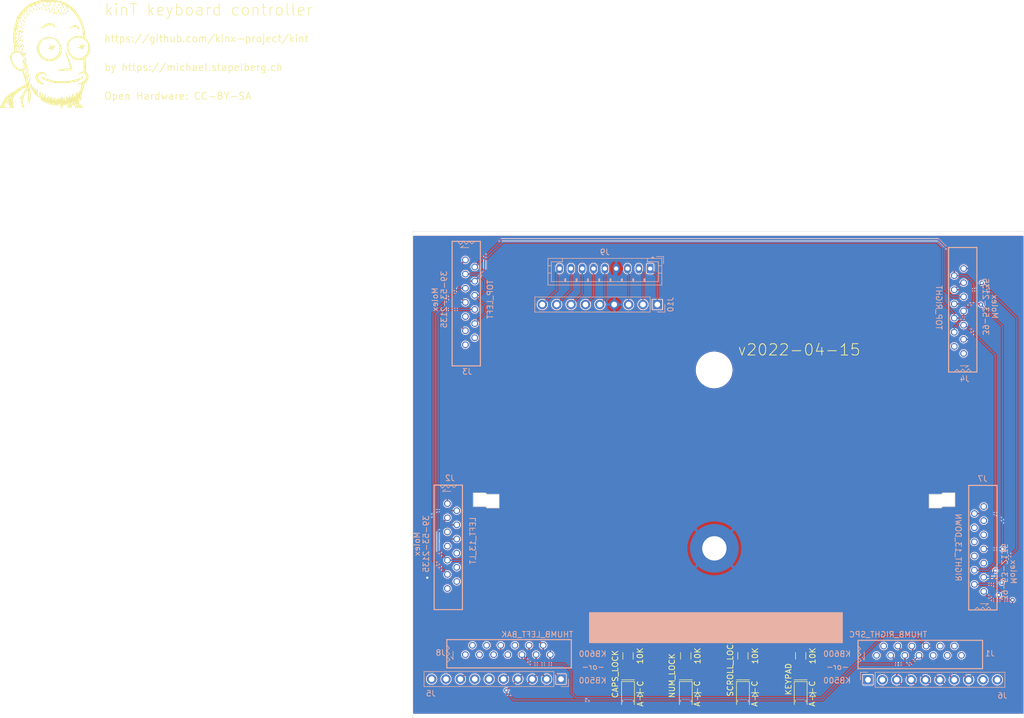
<source format=kicad_pcb>
(kicad_pcb (version 20211014) (generator pcbnew)
  (title_block (date "2021-06-26"))
  (layers (0 "F.Cu" signal) (31 "B.Cu" signal) (34 "B.Paste" user) (35 "F.Paste" user) (36 "B.SilkS" user "B.Silkscreen") (37 "F.SilkS" user "F.Silkscreen") (38 "B.Mask" user) (39 "F.Mask" user) (44 "Edge.Cuts" user))
  (net 0 "")
  (net 1 "/ROW_2")
  (net 2 "/ROW_3")
  (net 3 "/ROW_4")
  (net 4 "/ROW_5")
  (net 5 "/ROW_6")
  (net 6 "/ROW_8")
  (net 7 "/ROW_7")
  (net 8 "/ROW_9")
  (net 15 "/ROW_ESC")
  (net 16 "/ROW_F1")
  (net 17 "/ROW_F2")
  (net 18 "unconnected-(J1-Pad13)")
  (net 21 "/ROW_1")
  (net 22 "/ROW_EQL")
  (net 28 "/ROW_MIN")
  (net 29 "/ROW_0")
  (net 30 "GND")
  (net 31 "/COL_3")
  (net 33 "/COL_4")
  (net 34 "/COL_2")
  (net 35 "/COL_1")
  (net 37 "/COL_0")
  (net 41 "/COL_5")
  (net 46 "/COL_6")
  (net 51 "Net-(LED1-Pad1)")
  (net 52 "Net-(LED2-Pad1)")
  (net 53 "Net-(LED3-Pad1)")
  (net 54 "Net-(LED4-Pad1)")
  (net 55 "/LED_CAPS_LOCK")
  (net 56 "/LED_NUM_LOCK")
  (net 57 "/LED_SCROLL_LOCK")
  (net 58 "/LED_KEYPAD")
  (net 63 "+3.3V")
  (net 64 "VCC")
  (net 65 "/D+")
  (net 66 "/D-")
  (net 67 "Net-(J10-Pad5)")
  (net 68 "Net-(J10-Pad6)")
  (net 69 "Net-(J10-Pad7)")
  (net 70 "Net-(J10-Pad8)")
  (net 71 "Net-(J10-Pad9)")
  (footprint "LED_SMD:LED_1206_3216Metric_Pad1.42x1.75mm_HandSolder" (layer "F.Cu") (at 133.2511 144.0036 -90)
    (fp_text reference "LED1" hide)
    (fp_text value "LEDSML1206" hide)
  )
  (footprint "LED_SMD:LED_1206_3216Metric_Pad1.42x1.75mm_HandSolder" (layer "F.Cu") (at 143.4511 144.0036 -90)
    (fp_text reference "LED2" hide)
    (fp_text value "LEDSML1206" hide)
  )
  (footprint "LED_SMD:LED_1206_3216Metric_Pad1.42x1.75mm_HandSolder" (layer "F.Cu") (at 153.5511 144.0036 -90)
    (fp_text reference "LED3" hide)
    (fp_text value "LEDSML1206" hide)
  )
  (footprint "LED_SMD:LED_1206_3216Metric_Pad1.42x1.75mm_HandSolder" (layer "F.Cu") (at 163.7511 144.0036 -90)
    (fp_text reference "LED4" hide)
    (fp_text value "LEDSML1206" hide)
  )
  (footprint "Resistor_SMD:R_1206_3216Metric_Pad1.42x1.75mm_HandSolder" (layer "F.Cu") (at 143.4511 137.0036 -90)
    (fp_text reference "R2")
    (fp_text value "10K")
  )
  (footprint "Resistor_SMD:R_1206_3216Metric_Pad1.42x1.75mm_HandSolder" (layer "F.Cu") (at 153.5511 137.0036 -90)
    (fp_text reference "R3")
    (fp_text value "10K")
  )
  (footprint "Resistor_SMD:R_1206_3216Metric_Pad1.42x1.75mm_HandSolder" (layer "F.Cu") (at 133.2511 137.0036 -90)
    (fp_text reference "R1")
    (fp_text value "10K")
  )
  (footprint "Resistor_SMD:R_1206_3216Metric_Pad1.42x1.75mm_HandSolder" (layer "F.Cu") (at 163.7511 137.0036 -90)
    (fp_text reference "R4")
    (fp_text value "10K")
  )
  (footprint "MountingHole:MountingHole_6mm" (layer "F.Cu") (at 148.463 86.487)
    (fp_text reference "H2" hide)
    (fp_text value "mounting pad")
  )
  (footprint "MountingHole:MountingHole_4.3mm_M4_Pad" (layer "F.Cu") (at 148.5011 118.0036)
    (fp_text reference "H1" hide)
    (fp_text value "mounting pad" hide)
  )
  (footprint "kinx:logo" (layer "F.Cu") (at 30.48 30.48)
    (fp_text reference "G***" hide)
    (fp_text value "LOGO" hide)
  )
  (footprint "kinx:39-53-2135" (layer "B.Cu") (at 101.346 117.602 -90)
    (fp_text reference "J2")
    (fp_text value "LEFT_13_LT")
  )
  (footprint "kinx:39-53-2135" (layer "B.Cu") (at 104.521 74.549 -90)
    (fp_text reference "J3")
    (fp_text value "TOP_LEFT")
  )
  (footprint "kinx:39-53-2135" (layer "B.Cu") (at 196.088 118.11 90)
    (fp_text reference "J7")
    (fp_text value "RIGHT_13_DOWN")
  )
  (footprint "kinx:39-53-2135" (layer "B.Cu") (at 192.532 76.073 90)
    (fp_text reference "J4")
    (fp_text value "TOP_RIGHT")
  )
  (footprint "kinx:39-53-2135" (layer "B.Cu") (at 112.014 136.779)
    (fp_text reference "J8")
    (fp_text value "THUMB_LEFT_BAK_KB600" hide)
  )
  (footprint "kinx:39-53-2135" (layer "B.Cu") (at 184.658 136.906)
    (fp_text reference "J1")
    (fp_text value "THUMB_RIGHT_SPC_KB600" hide)
  )
  (footprint "Connector_PinHeader_2.54mm:PinHeader_1x10_P2.54mm_Vertical" (layer "B.Cu") (at 175.641 141.224 -90)
    (fp_text reference "J6")
    (fp_text value "THUMB_RIGHT_SPC")
  )
  (footprint "Connector_PinHeader_2.54mm:PinHeader_1x10_P2.54mm_Vertical" (layer "B.Cu") (at 121.412 141.097 90)
    (fp_text reference "J5")
    (fp_text value "THUMB_LEFT_BAK")
  )
  (footprint "Connector_PinHeader_2.54mm:PinHeader_1x09_P2.54mm_Vertical" (layer "B.Cu") (at 138.43 74.93 90)
    (fp_text reference "J10")
    (fp_text value "Conn_01x09")
  )
  (footprint "Connector_JST:JST_PH_B9B-PH-K_1x09_P2.00mm_Vertical" (layer "B.Cu") (at 137.16 68.58 180)
    (fp_text reference "J9")
    (fp_text value "Conn_01x09_Male")
  )
  (gr_line (start 156.337 143.51) (end 155.702 143.51) (layer "F.SilkS") (width 0.12))
  (gr_line (start 155.194 144.145) (end 155.702 143.51) (layer "F.SilkS") (width 0.12))
  (gr_line (start 166.37 144.145) (end 165.354 144.145) (layer "F.SilkS") (width 0.12))
  (gr_line (start 165.227 143.51) (end 166.497 143.51) (layer "F.SilkS") (width 0.12))
  (gr_line (start 165.862 142.748) (end 165.862 143.51) (layer "F.SilkS") (width 0.12))
  (gr_line (start 165.862 144.145) (end 165.862 144.78) (layer "F.SilkS") (width 0.12))
  (gr_line (start 165.862 143.51) (end 166.37 144.145) (layer "F.SilkS") (width 0.12))
  (gr_line (start 165.354 144.145) (end 165.862 143.51) (layer "F.SilkS") (width 0.12))
  (gr_line (start 166.497 143.51) (end 165.862 143.51) (layer "F.SilkS") (width 0.12))
  (gr_line (start 165.862 143.51) (end 165.227 143.51) (layer "F.SilkS") (width 0.12))
  (gr_line (start 145.542 142.748) (end 145.542 143.51) (layer "F.SilkS") (width 0.12))
  (gr_line (start 145.542 144.145) (end 145.542 144.78) (layer "F.SilkS") (width 0.12))
  (gr_line (start 146.05 144.145) (end 145.034 144.145) (layer "F.SilkS") (width 0.12))
  (gr_line (start 145.034 144.145) (end 145.542 143.51) (layer "F.SilkS") (width 0.12))
  (gr_line (start 145.542 143.51) (end 146.05 144.145) (layer "F.SilkS") (width 0.12))
  (gr_line (start 144.907 143.51) (end 146.177 143.51) (layer "F.SilkS") (width 0.12))
  (gr_line (start 146.177 143.51) (end 145.542 143.51) (layer "F.SilkS") (width 0.12))
  (gr_line (start 145.542 143.51) (end 144.907 143.51) (layer "F.SilkS") (width 0.12))
  (gr_line (start 135.382 144.145) (end 135.382 144.78) (layer "F.SilkS") (width 0.12))
  (gr_line (start 134.874 144.145) (end 135.382 143.51) (layer "F.SilkS") (width 0.12))
  (gr_line (start 136.017 143.51) (end 135.382 143.51) (layer "F.SilkS") (width 0.12))
  (gr_line (start 134.747 143.51) (end 136.017 143.51) (layer "F.SilkS") (width 0.12))
  (gr_line (start 135.382 143.51) (end 135.89 144.145) (layer "F.SilkS") (width 0.12))
  (gr_line (start 135.382 142.748) (end 135.382 143.51) (layer "F.SilkS") (width 0.12))
  (gr_line (start 135.382 143.51) (end 134.747 143.51) (layer "F.SilkS") (width 0.12))
  (gr_line (start 135.89 144.145) (end 134.874 144.145) (layer "F.SilkS") (width 0.12))
  (gr_line (start 142.3161 141.224) (end 144.6021 141.224) (layer "F.SilkS") (width 0.12))
  (gr_line (start 132.1001 141.224) (end 134.3861 141.224) (layer "F.SilkS") (width 0.12))
  (gr_line (start 162.6161 141.224) (end 164.9021 141.224) (layer "F.SilkS") (width 0.12))
  (gr_line (start 155.702 142.748) (end 155.702 143.51) (layer "F.SilkS") (width 0.12))
  (gr_line (start 155.702 144.145) (end 155.702 144.78) (layer "F.SilkS") (width 0.12))
  (gr_line (start 155.702 143.51) (end 156.21 144.145) (layer "F.SilkS") (width 0.12))
  (gr_line (start 156.21 144.145) (end 155.194 144.145) (layer "F.SilkS") (width 0.12))
  (gr_line (start 155.067 143.51) (end 156.337 143.51) (layer "F.SilkS") (width 0.12))
  (gr_line (start 152.4161 141.224) (end 154.7021 141.224) (layer "F.SilkS") (width 0.12))
  (gr_line (start 155.702 143.51) (end 155.067 143.51) (layer "F.SilkS") (width 0.12))
  (gr_line (start 203.2 62.0036) (end 95.25 62.0036) (layer "Edge.Cuts") (width 0.05))
  (gr_line (start 105.918 108.204) (end 105.918 110.617) (layer "Edge.Cuts") (width 0.1))
  (gr_line (start 110.49 108.458) (end 108.331 108.458) (layer "Edge.Cuts") (width 0.1))
  (gr_line (start 110.49 110.871) (end 108.331 110.871) (layer "Edge.Cuts") (width 0.1))
  (gr_line (start 108.077 108.204) (end 105.918 108.204) (layer "Edge.Cuts") (width 0.1))
  (gr_line (start 105.918 110.617) (end 108.077 110.617) (layer "Edge.Cuts") (width 0.1))
  (gr_line (start 191.008 108.204) (end 191.008 110.617) (layer "Edge.Cuts") (width 0.1))
  (gr_line (start 186.436 110.871) (end 188.595 110.871) (layer "Edge.Cuts") (width 0.1))
  (gr_line (start 188.849 110.617) (end 188.595 110.871) (layer "Edge.Cuts") (width 0.1))
  (gr_line (start 188.849 108.204) (end 188.595 108.458) (layer "Edge.Cuts") (width 0.1))
  (gr_line (start 186.436 108.458) (end 186.436 110.871) (layer "Edge.Cuts") (width 0.1))
  (gr_line (start 188.849 108.204) (end 191.008 108.204) (layer "Edge.Cuts") (width 0.1))
  (gr_line (start 191.008 110.617) (end 188.849 110.617) (layer "Edge.Cuts") (width 0.1))
  (gr_line (start 186.436 108.458) (end 188.595 108.458) (layer "Edge.Cuts") (width 0.1))
  (gr_line (start 95.25 148.0036) (end 203.2 148.0036) (layer "Edge.Cuts") (width 0.05))
  (gr_line (start 203.2 148.0036) (end 203.2 62.0036) (layer "Edge.Cuts") (width 0.05))
  (gr_line (start 95.25 62.0036) (end 95.25 148.0036) (layer "Edge.Cuts") (width 0.05))
  (gr_line (start 108.077 110.617) (end 108.331 110.871) (layer "Edge.Cuts") (width 0.1))
  (gr_line (start 110.49 108.458) (end 110.49 110.871) (layer "Edge.Cuts") (width 0.1))
  (gr_line (start 108.077 108.204) (end 108.331 108.458) (layer "Edge.Cuts") (width 0.1))
  (gr_text "Molex\n39-53-2135" (at 197.231 75.311 270) (layer "B.SilkS") (effects (font (size 1 1)) (justify mirror)))
  (gr_text "Molex\n39-53-2135" (at 200.533 122.174 270) (layer "B.SilkS") (effects (font (size 1 1)) (justify mirror)))
  (gr_text "Molex\n39-53-2135" (at 96.774 117.221 90) (layer "B.SilkS") (effects (font (size 1 1)) (justify mirror)))
  (gr_text "KB500" (at 170.18 141.351) (layer "B.SilkS") (effects (font (size 1 1)) (justify mirror)))
  (gr_text "-or-" (at 170.307 138.938) (layer "B.SilkS") (effects (font (size 1 1) (thickness 0.15) italic) (justify mirror)))
  (gr_text "KB600" (at 170.18 136.652) (layer "B.SilkS") (effects (font (size 1 1)) (justify mirror)))
  (gr_text "KB600" (at 127 136.652) (layer "B.SilkS") (effects (font (size 1 1)) (justify mirror)))
  (gr_text "KB500" (at 127 141.351) (layer "B.SilkS") (effects (font (size 1 1)) (justify mirror)))
  (gr_text "-or-" (at 127.127 138.938) (layer "B.SilkS") (effects (font (size 1 1) (thickness 0.15) italic) (justify mirror)))
  (gr_text "Molex\n39-53-2135" (at 99.949 74.041 90) (layer "B.SilkS") (effects (font (size 1 1)) (justify mirror)))
  (gr_text "by https://michael.stapelberg.ch" (at 40.64 33.02) (layer "F.SilkS") (effects (font (size 1.25 1.25)) (justify left)))
  (gr_text "https://github.com/kinx-project/kint" (at 40.64 27.94) (layer "F.SilkS") (effects (font (size 1.25 1.25)) (justify left)))
  (gr_text "kinT keyboard controller" (at 40.64 22.86) (layer "F.SilkS") (effects (font (size 2 2)) (justify left)))
  (gr_text "Open Hardware: CC-BY-SA" (at 40.64 38.1) (layer "F.SilkS") (effects (font (size 1.25 1.25)) (justify left)))
  (gr_text "v2022-04-15" (at 152.527 82.931) (layer "F.SilkS") (effects (font (size 2 2)) (justify left)))
  (gr_text "C" (at 136.017 142.494 90) (layer "F.SilkS") (effects (font (size 1 1)) (justify left bottom)))
  (gr_text "A" (at 136.017 146.05 90) (layer "F.SilkS") (effects (font (size 1 1)) (justify left bottom)))
  (gr_text "C" (at 146.05 142.494 90) (layer "F.SilkS") (effects (font (size 1 1)) (justify left bottom)))
  (gr_text "A" (at 146.05 146.05 90) (layer "F.SilkS") (effects (font (size 1 1)) (justify left bottom)))
  (gr_text "A" (at 156.21 146.05 90) (layer "F.SilkS") (effects (font (size 1 1)) (justify left bottom)))
  (gr_text "C" (at 156.21 142.494 90) (layer "F.SilkS") (effects (font (size 1 1)) (justify left bottom)))
  (gr_text "A" (at 166.37 146.05 90) (layer "F.SilkS") (effects (font (size 1 1)) (justify left bottom)))
  (gr_text "C" (at 166.37 142.494 90) (layer "F.SilkS") (effects (font (size 1 1)) (justify left bottom)))
  (gr_text "CAPS_LOCK" (at 131.572 144.526 90) (layer "F.SilkS") (effects (font (size 1 1)) (justify left bottom)))
  (gr_text "NUM_LOCK" (at 141.605 144.526 90) (layer "F.SilkS") (effects (font (size 1 1)) (justify left bottom)))
  (gr_text "SCROLL_LOCK" (at 151.892 144.272 90) (layer "F.SilkS") (effects (font (size 1 1)) (justify left bottom)))
  (gr_text "KEYPAD" (at 162.179 144.018 90) (layer "F.SilkS") (effects (font (size 1 1)) (justify left bottom)))
  (segment (start 100.2665 126.3015) (end 100.838 126.873) (width 0.25) (layer "F.Cu") (net 1))
  (segment (start 118.872 141.097) (end 118.264 140.489) (width 0.25) (layer "F.Cu") (net 1))
  (segment (start 100.691 116.352) (end 100.076 116.967) (width 0.25) (layer "F.Cu") (net 1))
  (segment (start 118.264 140.489) (end 118.264 135.129) (width 0.25) (layer "F.Cu") (net 1))
  (segment (start 118.264 135.129) (end 116.485 133.35) (width 0.25) (layer "F.Cu") (net 1))
  (segment (start 100.076 116.967) (end 100.076 126.111) (width 0.25) (layer "F.Cu") (net 1))
  (segment (start 116.485 133.35) (end 107.315 133.35) (width 0.25) (layer "F.Cu") (net 1))
  (segment (start 102.996 116.352) (end 100.691 116.352) (width 0.25) (layer "F.Cu") (net 1))
  (segment (start 107.315 133.35) (end 100.2665 126.3015) (width 0.25) (layer "F.Cu") (net 1))
  (segment (start 100.076 126.111) (end 100.2665 126.3015) (width 0.25) (layer "F.Cu") (net 1))
  (segment (start 104.14 130.74408) (end 104.14 135.164169) (width 0.25) (layer "F.Cu") (net 2))
  (segment (start 106.045 138.684) (end 105.8545 138.8745) (width 0.25) (layer "F.Cu") (net 2))
  (segment (start 99.6736 126.27768) (end 104.14 130.74408) (width 0.25) (layer "F.Cu") (net 2))
  (segment (start 99.6736 115.2104) (end 99.6736 126.27768) (width 0.25) (layer "F.Cu") (net 2))
  (segment (start 102.996 113.852) (end 101.032 113.852) (width 0.25) (layer "F.Cu") (net 2))
  (segment (start 101.032 113.852) (end 99.6736 115.2104) (width 0.25) (layer "F.Cu") (net 2))
  (segment (start 109.982 138.684) (end 106.045 138.684) (width 0.25) (layer "F.Cu") (net 2))
  (segment (start 104.14 135.164169) (end 105.8545 136.878669) (width 0.25) (layer "F.Cu") (net 2))
  (segment (start 105.8545 138.8745) (end 103.632 141.097) (width 0.25) (layer "F.Cu") (net 2))
  (segment (start 110.764 137.902) (end 109.982 138.684) (width 0.25) (layer "F.Cu") (net 2))
  (segment (start 105.8545 136.878669) (end 105.8545 138.8745) (width 0.25) (layer "F.Cu") (net 2))
  (segment (start 110.764 135.129) (end 110.764 137.902) (width 0.25) (layer "F.Cu") (net 2))
  (segment (start 119.514 136.779) (end 119.514 139.199) (width 0.25) (layer "F.Cu") (net 3))
  (segment (start 101.346 112.602) (end 97.79 116.158) (width 0.25) (layer "F.Cu") (net 3))
  (segment (start 97.79 116.158) (end 97.79 123.19) (width 0.25) (layer "F.Cu") (net 3))
  (segment (start 119.514 139.199) (end 121.412 141.097) (width 0.25) (layer "F.Cu") (net 3))
  (via (at 97.79 123.19) (size 0.8) (drill 0.4) (layers "F.Cu" "B.Cu") (net 3))
  (segment (start 117.976 133.35) (end 119.514 134.888) (width 0.25) (layer "B.Cu") (net 3))
  (segment (start 97.79 132.08) (end 99.06 133.35) (width 0.25) (layer "B.Cu") (net 3))
  (segment (start 99.06 133.35) (end 117.976 133.35) (width 0.25) (layer "B.Cu") (net 3))
  (segment (start 119.514 134.888) (end 119.514 136.779) (width 0.25) (layer "B.Cu") (net 3))
  (segment (start 101.346 112.602) (end 101.139 112.602) (width 0.25) (layer "B.Cu") (net 3))
  (segment (start 97.79 123.19) (end 97.79 132.08) (width 0.25) (layer "B.Cu") (net 3))
  (segment (start 117.014 140.415) (end 116.332 141.097) (width 0.25) (layer "F.Cu") (net 4))
  (segment (start 99.314 143.764) (end 113.665 143.764) (width 0.25) (layer "F.Cu") (net 4))
  (segment (start 96.52 114.3) (end 96.52 140.97) (width 0.25) (layer "F.Cu") (net 4))
  (segment (start 102.996 111.352) (end 99.468 111.352) (width 0.25) (layer "F.Cu") (net 4))
  (segment (start 113.665 143.764) (end 116.332 141.097) (width 0.25) (layer "F.Cu") (net 4))
  (segment (start 115.998 141.097) (end 116.332 141.097) (width 0.25) (layer "F.Cu") (net 4))
  (segment (start 99.468 111.352) (end 96.52 114.3) (width 0.25) (layer "F.Cu") (net 4))
  (segment (start 117.014 136.779) (end 117.014 140.415) (width 0.25) (layer "F.Cu") (net 4))
  (segment (start 96.52 140.97) (end 99.314 143.764) (width 0.25) (layer "F.Cu") (net 4))
  (segment (start 201.168 143.256) (end 201.168 127.127) (width 0.25) (layer "F.Cu") (net 5))
  (segment (start 180.721 137.969) (end 179.658 136.906) (width 0.25) (layer "F.Cu") (net 5))
  (segment (start 200.025 145.542) (end 201.168 144.399) (width 0.25) (layer "F.Cu") (net 5))
  (segment (start 201.168 144.399) (end 201.168 143.256) (width 0.25) (layer "F.Cu") (net 5))
  (segment (start 180.721 141.224) (end 185.039 145.542) (width 0.25) (layer "F.Cu") (net 5))
  (segment (start 185.039 145.542) (end 200.025 145.542) (width 0.25) (layer "F.Cu") (net 5))
  (segment (start 180.721 141.224) (end 180.721 137.969) (width 0.25) (layer "F.Cu") (net 5))
  (via (at 201.168 127.127) (size 0.8) (drill 0.4) (layers "F.Cu" "B.Cu") (net 5))
  (segment (start 197.605 127.127) (end 196.656 126.178) (width 0.25) (layer "B.Cu") (net 5))
  (segment (start 196.656 126.178) (end 196.088 125.61) (width 0.25) (layer "B.Cu") (net 5))
  (segment (start 201.168 127.127) (end 197.605 127.127) (width 0.25) (layer "B.Cu") (net 5))
  (segment (start 188.468 143.891) (end 185.801 141.224) (width 0.25) (layer "F.Cu") (net 6))
  (segment (start 198.374 139.192) (end 198.12 139.446) (width 0.25) (layer "F.Cu") (net 6))
  (segment (start 185.801 141.224) (end 182.158 137.581) (width 0.25) (layer "F.Cu") (net 6))
  (segment (start 182.158 137.581) (end 182.158 136.906) (width 0.25) (layer "F.Cu") (net 6))
  (segment (start 197.231 143.129) (end 196.469 143.891) (width 0.25) (layer "F.Cu") (net 6))
  (segment (start 198.755 126.238) (end 198.755 138.811) (width 0.25) (layer "F.Cu") (net 6))
  (segment (start 198.12 139.446) (end 197.231 140.335) (width 0.25) (layer "F.Cu") (net 6))
  (segment (start 198.755 138.811) (end 198.12 139.446) (width 0.25) (layer "F.Cu") (net 6))
  (segment (start 197.231 140.335) (end 197.231 143.129) (width 0.25) (layer "F.Cu") (net 6))
  (segment (start 196.469 143.891) (end 188.468 143.891) (width 0.25) (layer "F.Cu") (net 6))
  (via (at 198.755 126.238) (size 0.8) (drill 0.4) (layers "F.Cu" "B.Cu") (net 6))
  (segment (start 198.755 125.349) (end 197.9295 124.5235) (width 0.25) (layer "B.Cu") (net 6))
  (segment (start 198.755 126.238) (end 198.755 125.349) (width 0.25) (layer "B.Cu") (net 6))
  (segment (start 197.766 124.36) (end 194.438 124.36) (width 0.25) (layer "B.Cu") (net 6))
  (segment (start 197.9295 124.5235) (end 197.766 124.36) (width 0.25) (layer "B.Cu") (net 6))
  (segment (start 186.817 144.78) (end 183.261 141.224) (width 0.25) (layer "F.Cu") (net 7))
  (segment (start 200.025 143.383) (end 198.628 144.78) (width 0.25) (layer "F.Cu") (net 7))
  (segment (start 200.025 129.413) (end 200.025 143.383) (width 0.25) (layer "F.Cu") (net 7))
  (segment (start 181.280599 135.628599) (end 180.908 135.256) (width 0.25) (layer "F.Cu") (net 7))
  (segment (start 200.025 129.286) (end 200.025 129.413) (width 0.25) (layer "F.Cu") (net 7))
  (segment (start 181.280599 139.243599) (end 181.280599 135.628599) (width 0.25) (layer "F.Cu") (net 7))
  (segment (start 198.628 144.78) (end 186.817 144.78) (width 0.25) (layer "F.Cu") (net 7))
  (segment (start 199.263 124.079) (end 200.025 124.841) (width 0.25) (layer "F.Cu") (net 7))
  (segment (start 200.025 129.413) (end 200.025 124.841) (width 0.25) (layer "F.Cu") (net 7))
  (segment (start 183.261 141.224) (end 181.280599 139.243599) (width 0.25) (layer "F.Cu") (net 7))
  (via (at 199.263 124.079) (size 0.8) (drill 0.4) (layers "F.Cu" "B.Cu") (net 7))
  (segment (start 199.263 124.079) (end 198.294 123.11) (width 0.25) (layer "B.Cu") (net 7))
  (segment (start 198.294 123.11) (end 196.088 123.11) (width 0.25) (layer "B.Cu") (net 7))
  (segment (start 197.612 138.557) (end 197.612 123.698) (width 0.25) (layer "F.Cu") (net 8))
  (segment (start 183.552554 137.307) (end 185.183554 138.938) (width 0.25) (layer "F.Cu") (net 8))
  (segment (start 193.675 143.129) (end 194.691 142.113) (width 0.25) (layer "F.Cu") (net 8))
  (segment (start 183.552554 137.307) (end 183.552554 135.400554) (width 0.25) (layer "F.Cu") (net 8))
  (segment (start 198.22 111.86) (end 194.438 111.86) (width 0.25) (layer "F.Cu") (net 8))
  (segment (start 183.552554 135.400554) (end 183.408 135.256) (width 0.25) (layer "F.Cu") (net 8))
  (segment (start 197.612 123.698) (end 200.66 120.65) (width 0.25) (layer "F.Cu") (net 8))
  (segment (start 188.341 141.224) (end 190.246 143.129) (width 0.25) (layer "F.Cu") (net 8))
  (segment (start 190.246 143.129) (end 193.675 143.129) (width 0.25) (layer "F.Cu") (net 8))
  (segment (start 186.055 138.938) (end 188.341 141.224) (width 0.25) (layer "F.Cu") (net 8))
  (segment (start 200.66 120.65) (end 200.66 114.3) (width 0.25) (layer "F.Cu") (net 8))
  (segment (start 200.66 114.3) (end 198.22 111.86) (width 0.25) (layer "F.Cu") (net 8))
  (segment (start 194.691 142.113) (end 194.691 140.335) (width 0.25) (layer "F.Cu") (net 8))
  (segment (start 195.580001 139.445999) (end 196.722999 139.446001) (width 0.25) (layer "F.Cu") (net 8))
  (segment (start 185.183554 138.938) (end 186.055 138.938) (width 0.25) (layer "F.Cu") (net 8))
  (segment (start 194.691 140.335) (end 195.580001 139.445999) (width 0.25) (layer "F.Cu") (net 8))
  (segment (start 196.722999 139.446001) (end 197.612 138.557) (width 0.25) (layer "F.Cu") (net 8))
  (segment (start 189.23 64.77) (end 187.96 63.5) (width 0.25) (layer "B.Cu") (net 15))
  (segment (start 187.96 63.5) (end 110.97 63.5) (width 0.25) (layer "B.Cu") (net 15))
  (segment (start 192.532 73.573) (end 190.5 73.573) (width 0.25) (layer "B.Cu") (net 15))
  (segment (start 110.97 63.5) (end 106.171 68.299) (width 0.25) (layer "B.Cu") (net 15))
  (segment (start 189.23 72.303) (end 189.23 64.77) (width 0.25) (layer "B.Cu") (net 15))
  (segment (start 190.5 73.573) (end 189.23 72.303) (width 0.25) (layer "B.Cu") (net 15))
  (segment (start 194.303 68.573) (end 196.85 71.12) (width 0.25) (layer "F.Cu") (net 16))
  (segment (start 194.457 77.323) (end 192.893 77.323) (width 0.25) (layer "F.Cu") (net 16))
  (segment (start 192.532 68.573) (end 194.303 68.573) (width 0.25) (layer "F.Cu") (net 16))
  (segment (start 194.056 80.645) (end 194.056 78.486) (width 0.25) (layer "F.Cu") (net 16))
  (segment (start 192.893 77.323) (end 190.882 77.323) (width 0.25) (layer "F.Cu") (net 16))
  (segment (start 194.056 78.486) (end 192.893 77.323) (width 0.25) (layer "F.Cu") (net 16))
  (segment (start 196.85 71.12) (end 196.85 74.93) (width 0.25) (layer "F.Cu") (net 16))
  (segment (start 196.85 74.93) (end 194.457 77.323) (width 0.25) (layer "F.Cu") (net 16))
  (segment (start 193.628 81.073) (end 194.056 80.645) (width 0.25) (layer "F.Cu") (net 16))
  (segment (start 192.532 81.073) (end 193.628 81.073) (width 0.25) (layer "F.Cu") (net 16))
  (segment (start 106.981 69.549) (end 106.76 69.549) (width 0.25) (layer "B.Cu") (net 16))
  (segment (start 187.79332 63.9024) (end 111.13668 63.9024) (width 0.25) (layer "B.Cu") (net 16))
  (segment (start 190.882 77.323) (end 190.882 76.582) (width 0.25) (layer "B.Cu") (net 16))
  (segment (start 188.8276 74.5276) (end 188.8276 64.93668) (width 0.25) (layer "B.Cu") (net 16))
  (segment (start 107.95 72.39) (end 107.041 73.299) (width 0.25) (layer "B.Cu") (net 16))
  (segment (start 108.077 76.393) (end 106.171 78.299) (width 0.25) (layer "B.Cu") (net 16))
  (segment (start 107.95 67.08908) (end 107.95 68.58) (width 0.25) (layer "B.Cu") (net 16))
  (segment (start 106.76 69.549) (end 107.95 70.739) (width 0.25) (layer "B.Cu") (net 16))
  (segment (start 190.882 76.582) (end 188.8276 74.5276) (width 0.25) (layer "B.Cu") (net 16))
  (segment (start 107.041 73.299) (end 106.171 73.299) (width 0.25) (layer "B.Cu") (net 16))
  (segment (start 107.95 68.58) (end 106.981 69.549) (width 0.25) (layer "B.Cu") (net 16))
  (segment (start 188.8276 64.93668) (end 187.79332 63.9024) (width 0.25) (layer "B.Cu") (net 16))
  (segment (start 104.521 69.549) (end 106.76 69.549) (width 0.25) (layer "B.Cu") (net 16))
  (segment (start 106.171 73.299) (end 108.077 75.205) (width 0.25) (layer "B.Cu") (net 16))
  (segment (start 107.95 70.739) (end 107.95 72.39) (width 0.25) (layer "B.Cu") (net 16))
  (segment (start 111.13668 63.9024) (end 107.95 67.08908) (width 0.25) (layer "B.Cu") (net 16))
  (segment (start 108.077 75.205) (end 108.077 76.393) (width 0.25) (layer "B.Cu") (net 16))
  (segment (start 106.171 70.799) (end 107.95 69.02) (width 0.25) (layer "F.Cu") (net 17))
  (segment (start 103.632 74.549) (end 102.87 75.311) (width 0.25) (layer "F.Cu") (net 17))
  (segment (start 102.87 75.311) (end 102.87 77.898) (width 0.25) (layer "F.Cu") (net 17))
  (segment (start 103.826 70.799) (end 102.743 71.882) (width 0.25) (layer "F.Cu") (net 17))
  (segment (start 102.87 77.898) (end 104.521 79.549) (width 0.25) (layer "F.Cu") (net 17))
  (segment (start 107.95 64.93668) (end 109.38668 63.5) (width 0.25) (layer "F.Cu") (net 17))
  (segment (start 102.743 72.771) (end 104.521 74.549) (width 0.25) (layer "F.Cu") (net 17))
  (segment (start 102.743 71.882) (end 102.743 72.771) (width 0.25) (layer "F.Cu") (net 17))
  (segment (start 190.882 66.29016) (end 190.882 69.823) (width 0.25) (layer "F.Cu") (net 17))
  (segment (start 192.159401 76.445599) (end 192.532 76.073) (width 0.25) (layer "F.Cu") (net 17))
  (segment (start 188.09184 63.5) (end 190.882 66.29016) (width 0.25) (layer "F.Cu") (net 17))
  (segment (start 106.171 70.799) (end 103.826 70.799) (width 0.25) (layer "F.Cu") (net 17))
  (segment (start 104.521 74.549) (end 103.632 74.549) (width 0.25) (layer "F.Cu") (net 17))
  (segment (start 109.38668 63.5) (end 188.09184 63.5) (width 0.25) (layer "F.Cu") (net 17))
  (segment (start 107.95 69.02) (end 107.95 64.93668) (width 0.25) (layer "F.Cu") (net 17))
  (segment (start 190.882 78.982169) (end 190.882 79.823) (width 0.25) (layer "B.Cu") (net 17))
  (segment (start 194.31 74.295) (end 192.532 76.073) (width 0.25) (layer "B.Cu") (net 17))
  (segment (start 193.013 69.823) (end 194.31 71.12) (width 0.25) (layer "B.Cu") (net 17))
  (segment (start 192.532 76.073) (end 192.532 77.332169) (width 0.25) (layer "B.Cu") (net 17))
  (segment (start 190.882 69.823) (end 193.013 69.823) (width 0.25) (layer "B.Cu") (net 17))
  (segment (start 192.532 77.332169) (end 190.882 78.982169) (width 0.25) (layer "B.Cu") (net 17))
  (segment (start 194.31 71.12) (end 194.31 74.295) (width 0.25) (layer "B.Cu") (net 17))
  (segment (start 192.278 136.819) (end 192.238 136.779) (width 0.25) (layer "F.Cu") (net 18))
  (segment (start 103.368599 119.224599) (end 102.996 118.852) (width 0.25) (layer "F.Cu") (net 22))
  (segment (start 130.81 74.93) (end 130.81 68.93) (width 0.25) (layer "B.Cu") (net 30))
  (segment (start 130.81 68.93) (end 131.16 68.58) (width 0.25) (layer "B.Cu") (net 30))
  (segment (start 199.39 118.11) (end 196.088 118.11) (width 0.25) (layer "F.Cu") (net 31))
  (segment (start 190.882 74.823) (end 195.473 74.823) (width 0.25) (layer "F.Cu") (net 31))
  (segment (start 195.473 74.823) (end 195.58 74.93) (width 0.25) (layer "F.Cu") (net 31))
  (via (at 199.39 118.11) (size 0.8) (drill 0.4) (layers "F.Cu" "B.Cu") (net 31))
  (via (at 195.58 74.93) (size 0.8) (drill 0.4) (layers "F.Cu" "B.Cu") (net 31))
  (segment (start 199.39 78.74) (end 199.39 85.09) (width 0.25) (layer "B.Cu") (net 31))
  (segment (start 199.39 85.09) (end 199.39 118.11) (width 0.25) (layer "B.Cu") (net 31))
  (segment (start 195.58 74.93) (end 199.39 78.74) (width 0.25) (layer "B.Cu") (net 31))
  (segment (start 196.783 121.86) (end 198.12 120.523) (width 0.25) (layer "B.Cu") (net 33))
  (segment (start 194.438 121.86) (end 196.783 121.86) (width 0.25) (layer "B.Cu") (net 33))
  (segment (start 192.873 78.573) (end 192.532 78.573) (width 0.25) (layer "B.Cu") (net 33))
  (segment (start 198.12 120.523) (end 198.12 83.82) (width 0.25) (layer "B.Cu") (net 33))
  (segment (start 198.12 83.82) (end 192.873 78.573) (width 0.25) (layer "B.Cu") (net 33))
  (segment (start 98.806 76.5175) (end 98.806 120.062) (width 0.25) (layer "B.Cu") (net 34))
  (segment (start 103.2745 72.049) (end 98.806 76.5175) (width 0.25) (layer "B.Cu") (net 34))
  (segment (start 104.521 72.049) (end 103.2745 72.049) (width 0.25) (layer "B.Cu") (net 34))
  (segment (start 98.806 120.062) (end 101.346 122.602) (width 0.25) (layer "B.Cu") (net 34))
  (segment (start 99.695 76.962) (end 99.695 118.451) (width 0.25) (layer "B.Cu") (net 35))
  (segment (start 100.858 75.799) (end 99.695 76.962) (width 0.25) (layer "B.Cu") (net 35))
  (segment (start 99.695 118.451) (end 99.842 118.598) (width 0.25) (layer "B.Cu") (net 35))
  (segment (start 99.842 118.598) (end 101.346 120.102) (width 0.25) (layer "B.Cu") (net 35))
  (segment (start 103.799 120.102) (end 101.346 120.102) (width 0.25) (layer "B.Cu") (net 35))
  (segment (start 106.171 75.799) (end 100.858 75.799) (width 0.25) (layer "B.Cu") (net 35))
  (segment (start 104.521 67.049) (end 101.346 70.224) (width 0.25) (layer "F.Cu") (net 37))
  (segment (start 101.346 72.263) (end 101.346 110.102) (width 0.25) (layer "F.Cu") (net 37))
  (segment (start 101.346 70.224) (end 101.346 72.263) (width 0.25) (layer "F.Cu") (net 37))
  (segment (start 190.567 72.323) (end 190.882 72.323) (width 0.25) (layer "F.Cu") (net 41))
  (segment (start 188.468 137.541) (end 188.976 138.049) (width 0.25) (layer "F.Cu") (net 41))
  (segment (start 190.882 72.323) (end 194.5459 72.323) (width 0.25) (layer "F.Cu") (net 41))
  (segment (start 193.421 141.224) (end 193.421 141.03592) (width 0.25) (layer "F.Cu") (net 41))
  (segment (start 190.246 138.049) (end 190.881 138.684) (width 0.25) (layer "F.Cu") (net 41))
  (segment (start 195.413321 139.043599) (end 196.55632 139.0436) (width 0.25) (layer "F.Cu") (net 41))
  (segment (start 193.421 141.03592) (end 195.413321 139.043599) (width 0.25) (layer "F.Cu") (net 41))
  (segment (start 188.976 138.049) (end 190.246 138.049) (width 0.25) (layer "F.Cu") (net 41))
  (segment (start 197.2096 122.8304) (end 198.12 121.92) (width 0.25) (layer "F.Cu") (net 41))
  (segment (start 196.55632 139.0436) (end 197.2096 138.39032) (width 0.25) (layer "F.Cu") (net 41))
  (segment (start 114.514 137.835) (end 111.252 141.097) (width 0.25) (layer "F.Cu") (net 41))
  (segment (start 190.881 138.684) (end 193.421 141.224) (width 0.25) (layer "F.Cu") (net 41))
  (segment (start 186.945 135.256) (end 188.468 136.779) (width 0.25) (layer "F.Cu") (net 41))
  (segment (start 190.882 72.323) (end 191.282 72.323) (width 0.25) (layer "F.Cu") (net 41))
  (segment (start 194.5459 72.323) (end 195.7489 71.12) (width 0.25) (layer "F.Cu") (net 41))
  (segment (start 192.532 71.073) (end 192.132 71.073) (width 0.25) (layer "F.Cu") (net 41))
  (segment (start 197.2096 138.39032) (end 197.2096 122.8304) (width 0.25) (layer "F.Cu") (net 41))
  (segment (start 114.514 136.779) (end 114.514 137.835) (width 0.25) (layer "F.Cu") (net 41))
  (segment (start 188.468 136.779) (end 188.468 137.541) (width 0.25) (layer "F.Cu") (net 41))
  (segment (start 185.908 135.256) (end 186.945 135.256) (width 0.25) (layer "F.Cu") (net 41))
  (segment (start 193.488 141.157) (end 193.421 141.224) (width 0.25) (layer "F.Cu") (net 41))
  (segment (start 192.132 71.073) (end 190.882 72.323) (width 0.25) (layer "F.Cu") (net 41))
  (via (at 195.7489 71.12) (size 0.8) (drill 0.4) (layers "F.Cu" "B.Cu") (net 41))
  (via (at 198.12 121.92) (size 0.8) (drill 0.4) (layers "F.Cu" "B.Cu") (net 41))
  (segment (start 167.47332 144.3776) (end 124.0576 144.3776) (width 0.25) (layer "B.Cu") (net 41))
  (segment (start 123.19 143.51) (end 123.19 139.7) (width 0.25) (layer "B.Cu") (net 41))
  (segment (start 123.19 139.7) (end 121.92 138.43) (width 0.25) (layer "B.Cu") (net 41))
  (segment (start 201.93 118.11) (end 201.93 77.3011) (width 0.25) (layer "B.Cu") (net 41))
  (segment (start 185.908 135.256) (end 184.002 133.35) (width 0.25) (layer "B.Cu") (net 41))
  (segment (start 178.50092 133.35) (end 167.47332 144.3776) (width 0.25) (layer "B.Cu") (net 41))
  (segment (start 201.93 77.3011) (end 195.7489 71.12) (width 0.25) (layer "B.Cu") (net 41))
  (segment (start 121.92 138.43) (end 116.165 138.43) (width 0.25) (layer "B.Cu") (net 41))
  (segment (start 198.12 121.92) (end 201.93 118.11) (width 0.25) (layer "B.Cu") (net 41))
  (segment (start 116.165 138.43) (end 114.514 136.779) (width 0.25) (layer "B.Cu") (net 41))
  (segment (start 184.002 133.35) (end 178.50092 133.35) (width 0.25) (layer "B.Cu") (net 41))
  (segment (start 124.0576 144.3776) (end 123.19 143.51) (width 0.25) (layer "B.Cu") (net 41))
  (segment (start 184.658 136.906) (end 185.928 138.176) (width 0.25) (layer "F.Cu") (net 46))
  (segment (start 113.792 141.097) (end 111.8019 143.0871) (width 0.25) (layer "F.Cu") (net 46))
  (segment (start 115.764 135.129) (end 115.764 139.125) (width 0.25) (layer "F.Cu") (net 46))
  (segment (start 111.8019 143.0871) (end 111.76 143.0871) (width 0.25) (layer "F.Cu") (net 46))
  (segment (start 187.833 138.176) (end 190.881 141.224) (width 0.25) (layer "F.Cu") (net 46))
  (segment (start 115.764 139.125) (end 113.792 141.097) (width 0.25) (layer "F.Cu") (net 46))
  (segment (start 185.928 138.176) (end 187.833 138.176) (width 0.25) (layer "F.Cu") (net 46))
  (via (at 111.76 143.0871) (size 0.8) (drill 0.4) (layers "F.Cu" "B.Cu") (net 46))
  (segment (start 167.64 144.78) (end 173.99 138.43) (width 0.25) (layer "B.Cu") (net 46))
  (segment (start 111.76 143.51) (end 113.03 144.78) (width 0.25) (layer "B.Cu") (net 46))
  (segment (start 183.134 138.43) (end 184.658 136.906) (width 0.25) (layer "B.Cu") (net 46))
  (segment (start 111.76 143.0871) (end 111.76 143.51) (width 0.25) (layer "B.Cu") (net 46))
  (segment (start 113.03 144.78) (end 167.64 144.78) (width 0.25) (layer "B.Cu") (net 46))
  (segment (start 173.99 138.43) (end 183.134 138.43) (width 0.25) (layer "B.Cu") (net 46))
  (segment (start 190.881 141.224) (end 191.389 141.224) (width 0.25) (layer "B.Cu") (net 46))
  (segment (start 133.2511 138.4911) (end 133.2511 142.5161) (width 0.25) (layer "F.Cu") (net 51))
  (segment (start 143.4511 142.5161) (end 143.4511 138.4911) (width 0.25) (layer "F.Cu") (net 52))
  (segment (start 153.5511 138.4911) (end 153.5511 142.5161) (width 0.25) (layer "F.Cu") (net 53))
  (segment (start 163.7511 138.4911) (end 163.7511 142.5161) (width 0.25) (layer "F.Cu") (net 54))
  (segment (start 127.889 134.747) (end 128.6581 135.5161) (width 0.25) (layer "F.Cu") (net 55))
  (segment (start 128.6581 135.5161) (end 133.2511 135.5161) (width 0.25) (layer "F.Cu") (net 55))
  (segment (start 143.4511 134.8151) (end 141.986 133.35) (width 0.25) (layer "F.Cu") (net 56))
  (segment (start 141.986 133.35) (end 131.572 133.35) (width 0.25) (layer "F.Cu") (net 56))
  (segment (start 131.572 133.35) (end 130.937 132.715) (width 0.25) (layer "F.Cu") (net 56))
  (segment (start 143.4511 135.5161) (end 143.4511 134.8151) (width 0.25) (layer "F.Cu") (net 56))
  (segment (start 130.429 132.207) (end 130.937 132.715) (width 0.25) (layer "F.Cu") (net 56))
  (segment (start 152.527 132.207) (end 153.5511 133.2311) (width 0.25) (layer "F.Cu") (net 57))
  (segment (start 131.572 131.445) (end 132.334 132.207) (width 0.25) (layer "F.Cu") (net 57))
  (segment (start 132.334 132.207) (end 152.527 132.207) (width 0.25) (layer "F.Cu") (net 57))
  (segment (start 153.5511 133.2311) (end 153.5511 135.5161) (width 0.25) (layer "F.Cu") (net 57))
  (segment (start 163.7511 132.1281) (end 163.7511 135.5161) (width 0.25) (layer "F.Cu") (net 58))
  (segment (start 134.493 130.81) (end 162.433 130.81) (width 0.25) (layer "F.Cu") (net 58))
  (segment (start 162.433 130.81) (end 163.7511 132.1281) (width 0.25) (layer "F.Cu") (net 58))
  (segment (start 134.112 130.429) (end 134.493 130.81) (width 0.25) (layer "F.Cu") (net 58))
  (segment (start 125.857 144.78) (end 126.5681 145.4911) (width 0.25) (layer "F.Cu") (net 63))
  (segment (start 153.5511 145.4911) (end 163.7511 145.4911) (width 0.25) (layer "F.Cu") (net 63))
  (segment (start 126.5681 145.4911) (end 133.2511 145.4911) (width 0.25) (layer "F.Cu") (net 63))
  (segment (start 133.2511 145.4911) (end 143.4511 145.4911) (width 0.25) (layer "F.Cu") (net 63))
  (segment (start 143.4511 145.4911) (end 153.5511 145.4911) (width 0.25) (layer "F.Cu") (net 63))
  (segment (start 138.43 69.85) (end 137.16 68.58) (width 0.25) (layer "B.Cu") (net 64))
  (segment (start 138.43 74.93) (end 138.43 69.85) (width 0.25) (layer "B.Cu") (net 64))
  (segment (start 135.89 69.31) (end 135.16 68.58) (width 0.2) (layer "B.Cu") (net 65))
  (segment (start 135.89 74.93) (end 135.89 69.31) (width 0.2) (layer "B.Cu") (net 65))
  (segment (start 133.35 68.77) (end 133.16 68.58) (width 0.2) (layer "B.Cu") (net 66))
  (segment (start 133.35 74.93) (end 133.35 68.77) (width 0.2) (layer "B.Cu") (net 66))
  (segment (start 129.16 74.04) (end 129.16 68.58) (width 0.25) (layer "B.Cu") (net 67))
  (segment (start 128.27 74.93) (end 129.16 74.04) (width 0.25) (layer "B.Cu") (net 67))
  (segment (start 125.73 74.93) (end 127.16 73.5) (width 0.25) (layer "B.Cu") (net 68))
  (segment (start 127.16 73.5) (end 127.16 68.58) (width 0.25) (layer "B.Cu") (net 68))
  (segment (start 125.16 72.96) (end 125.16 68.58) (width 0.25) (layer "B.Cu") (net 69))
  (segment (start 123.19 74.93) (end 125.16 72.96) (width 0.25) (layer "B.Cu") (net 69))
  (segment (start 123.19 68.61) (end 123.16 68.58) (width 0.25) (layer "B.Cu") (net 70))
  (segment (start 120.65 74.93) (end 123.19 72.39) (width 0.25) (layer "B.Cu") (net 70))
  (segment (start 123.19 72.39) (end 123.19 68.61) (width 0.25) (layer "B.Cu") (net 70))
  (segment (start 120.65 69.09) (end 121.16 68.58) (width 0.25) (layer "B.Cu") (net 71))
  (segment (start 118.11 74.93) (end 120.65 72.39) (width 0.25) (layer "B.Cu") (net 71))
  (segment (start 120.65 72.39) (end 120.65 69.09) (width 0.25) (layer "B.Cu") (net 71))
  (zone (net 30) (net_name "GND") (layer "F.Cu") (priority 6) (connect_pads yes (clearance 0.000001)) (min_thickness 0.2032) (fill yes (thermal_gap 0.4564) (thermal_bridge_width 0.4564))
    (polygon (pts (xy 203.1163 147.2068) (xy 95.25 147.2068) (xy 95.25 62.8004) (xy 203.1163 62.8004)))
  )
  (zone (net 30) (net_name "GND") (layer "B.Cu") (priority 6) (connect_pads (clearance 0.000001)) (min_thickness 0.2032) (fill yes (thermal_gap 0.4564) (thermal_bridge_width 0.4564))
    (polygon (pts (xy 203.1163 147.2068) (xy 95.25 147.2068) (xy 95.25 62.8004) (xy 203.1163 62.8004)))
  )
  (zone (net 0) (net_name "") (layer "B.SilkS") (connect_pads (clearance 0.2)) (min_thickness 0.254) (fill yes (thermal_gap 0.508) (thermal_bridge_width 0.508))
    (polygon (pts (xy 126.365 129.286) (xy 171.196 129.286) (xy 171.196 134.747) (xy 126.365 134.747)))
  )
)
</source>
